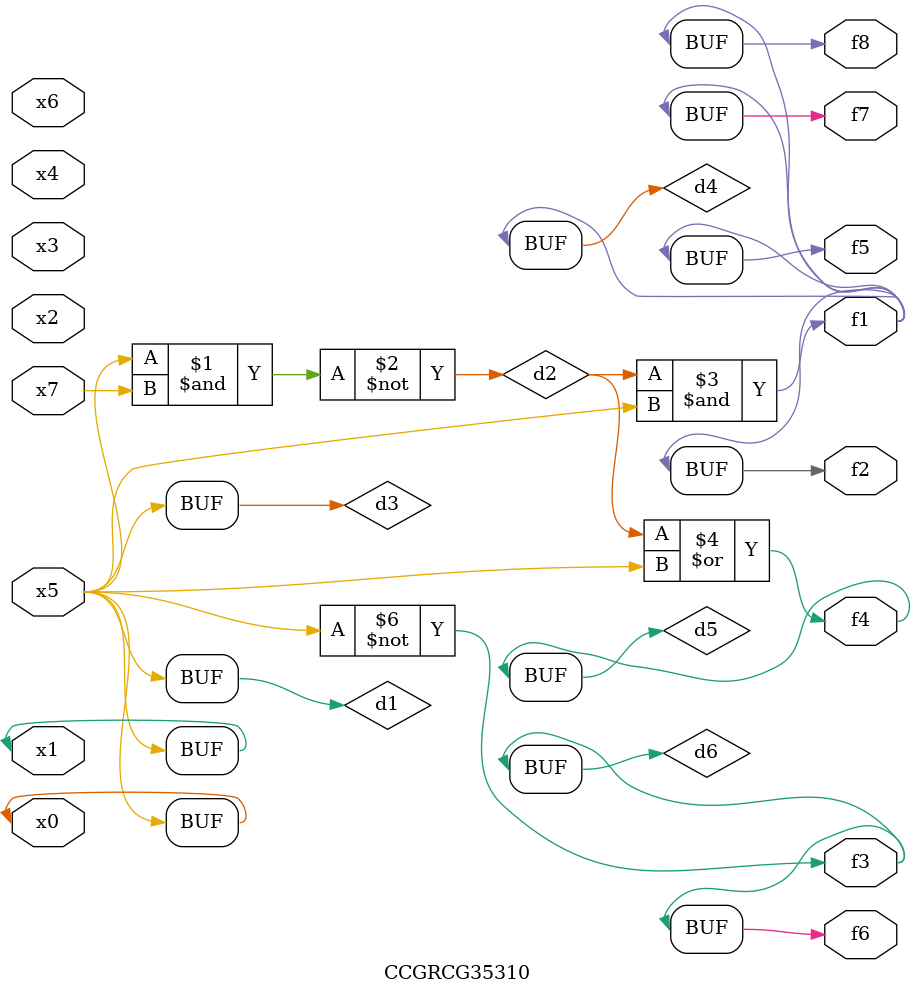
<source format=v>
module CCGRCG35310(
	input x0, x1, x2, x3, x4, x5, x6, x7,
	output f1, f2, f3, f4, f5, f6, f7, f8
);

	wire d1, d2, d3, d4, d5, d6;

	buf (d1, x0, x5);
	nand (d2, x5, x7);
	buf (d3, x0, x1);
	and (d4, d2, d3);
	or (d5, d2, d3);
	nor (d6, d1, d3);
	assign f1 = d4;
	assign f2 = d4;
	assign f3 = d6;
	assign f4 = d5;
	assign f5 = d4;
	assign f6 = d6;
	assign f7 = d4;
	assign f8 = d4;
endmodule

</source>
